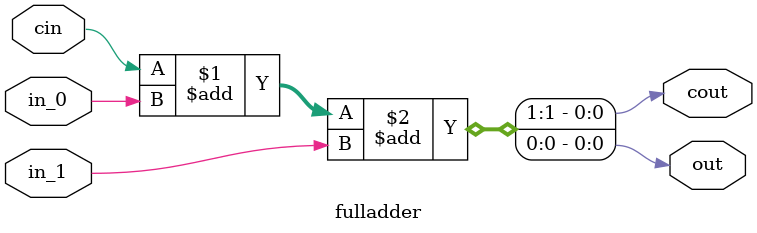
<source format=sv>

module fulladder (
	input in_0,
	input in_1,
	input cin,
	
	output cout,
	output out
	);
	
	assign {cout,out} = cin + in_0 + in_1;	
endmodule
	
</source>
